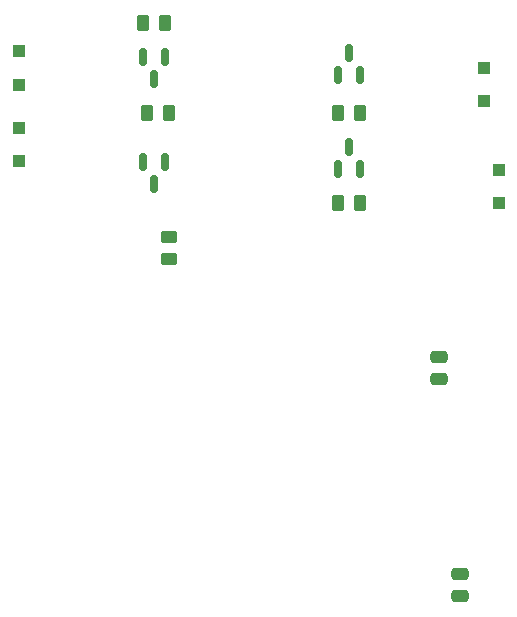
<source format=gbr>
G04 #@! TF.GenerationSoftware,KiCad,Pcbnew,(6.0.1)*
G04 #@! TF.CreationDate,2022-02-06T22:38:22+01:00*
G04 #@! TF.ProjectId,CarteSecondaire,43617274-6553-4656-936f-6e6461697265,rev?*
G04 #@! TF.SameCoordinates,Original*
G04 #@! TF.FileFunction,Paste,Top*
G04 #@! TF.FilePolarity,Positive*
%FSLAX46Y46*%
G04 Gerber Fmt 4.6, Leading zero omitted, Abs format (unit mm)*
G04 Created by KiCad (PCBNEW (6.0.1)) date 2022-02-06 22:38:22*
%MOMM*%
%LPD*%
G01*
G04 APERTURE LIST*
G04 Aperture macros list*
%AMRoundRect*
0 Rectangle with rounded corners*
0 $1 Rounding radius*
0 $2 $3 $4 $5 $6 $7 $8 $9 X,Y pos of 4 corners*
0 Add a 4 corners polygon primitive as box body*
4,1,4,$2,$3,$4,$5,$6,$7,$8,$9,$2,$3,0*
0 Add four circle primitives for the rounded corners*
1,1,$1+$1,$2,$3*
1,1,$1+$1,$4,$5*
1,1,$1+$1,$6,$7*
1,1,$1+$1,$8,$9*
0 Add four rect primitives between the rounded corners*
20,1,$1+$1,$2,$3,$4,$5,0*
20,1,$1+$1,$4,$5,$6,$7,0*
20,1,$1+$1,$6,$7,$8,$9,0*
20,1,$1+$1,$8,$9,$2,$3,0*%
G04 Aperture macros list end*
%ADD10RoundRect,0.250000X-0.475000X0.250000X-0.475000X-0.250000X0.475000X-0.250000X0.475000X0.250000X0*%
%ADD11R,1.100000X1.100000*%
%ADD12RoundRect,0.250000X-0.450000X0.262500X-0.450000X-0.262500X0.450000X-0.262500X0.450000X0.262500X0*%
%ADD13RoundRect,0.150000X0.150000X-0.587500X0.150000X0.587500X-0.150000X0.587500X-0.150000X-0.587500X0*%
%ADD14RoundRect,0.250000X0.262500X0.450000X-0.262500X0.450000X-0.262500X-0.450000X0.262500X-0.450000X0*%
%ADD15RoundRect,0.250000X-0.262500X-0.450000X0.262500X-0.450000X0.262500X0.450000X-0.262500X0.450000X0*%
%ADD16RoundRect,0.150000X-0.150000X0.587500X-0.150000X-0.587500X0.150000X-0.587500X0.150000X0.587500X0*%
G04 APERTURE END LIST*
D10*
X130099011Y-158461511D03*
X130099011Y-160361511D03*
D11*
X133909011Y-134011511D03*
X133909011Y-136811511D03*
D12*
X107239011Y-148339011D03*
X107239011Y-150164011D03*
D13*
X121529011Y-134616511D03*
X123429011Y-134616511D03*
X122479011Y-132741511D03*
X121529011Y-142569011D03*
X123429011Y-142569011D03*
X122479011Y-140694011D03*
D14*
X107239011Y-137821511D03*
X105414011Y-137821511D03*
D15*
X121566511Y-145441511D03*
X123391511Y-145441511D03*
D11*
X135179011Y-142641511D03*
X135179011Y-145441511D03*
D16*
X106919011Y-141964011D03*
X105019011Y-141964011D03*
X105969011Y-143839011D03*
D11*
X94539011Y-139091511D03*
X94539011Y-141891511D03*
X94539011Y-135411511D03*
X94539011Y-132611511D03*
D15*
X121566511Y-137821511D03*
X123391511Y-137821511D03*
D16*
X106919011Y-133074011D03*
X105019011Y-133074011D03*
X105969011Y-134949011D03*
D10*
X131900000Y-176850000D03*
X131900000Y-178750000D03*
D14*
X106881511Y-130201511D03*
X105056511Y-130201511D03*
M02*

</source>
